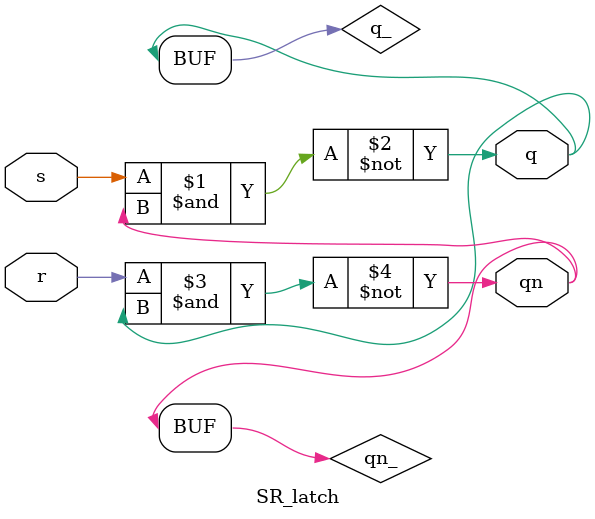
<source format=v>
module SR_latch (q, qn, s, r);

  input s, r;
  output q, qn;
  wire q_, qn_;

  nand (q_, s, qn);
  nand (qn_, r, q);
  assign #1 q = q_;
  assign #1 qn = qn_;

  initial begin
    $monitor("s = %b r = %b  q = %b qn = %b  time = %0t", s, r, q, qn, $time);  end

endmodule

</source>
